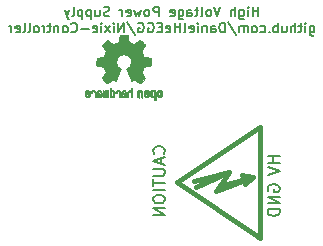
<source format=gbr>
%TF.GenerationSoftware,KiCad,Pcbnew,(5.1.5-131-g305ed0b65)-1*%
%TF.CreationDate,2020-05-01T23:58:58+08:00*%
%TF.ProjectId,PowerSupply,506f7765-7253-4757-9070-6c792e6b6963,rev?*%
%TF.SameCoordinates,Original*%
%TF.FileFunction,Legend,Bot*%
%TF.FilePolarity,Positive*%
%FSLAX46Y46*%
G04 Gerber Fmt 4.6, Leading zero omitted, Abs format (unit mm)*
G04 Created by KiCad (PCBNEW (5.1.5-131-g305ed0b65)-1) date 2020-05-01 23:58:58*
%MOMM*%
%LPD*%
G01*
G04 APERTURE LIST*
%ADD10C,0.150000*%
%ADD11C,0.152400*%
%ADD12C,0.381000*%
%ADD13C,0.010000*%
G04 APERTURE END LIST*
D10*
X126750000Y-46488095D02*
X126702380Y-46392857D01*
X126702380Y-46250000D01*
X126750000Y-46107142D01*
X126845238Y-46011904D01*
X126940476Y-45964285D01*
X127130952Y-45916666D01*
X127273809Y-45916666D01*
X127464285Y-45964285D01*
X127559523Y-46011904D01*
X127654761Y-46107142D01*
X127702380Y-46250000D01*
X127702380Y-46345238D01*
X127654761Y-46488095D01*
X127607142Y-46535714D01*
X127273809Y-46535714D01*
X127273809Y-46345238D01*
X127702380Y-46964285D02*
X126702380Y-46964285D01*
X127702380Y-47535714D01*
X126702380Y-47535714D01*
X127702380Y-48011904D02*
X126702380Y-48011904D01*
X126702380Y-48250000D01*
X126750000Y-48392857D01*
X126845238Y-48488095D01*
X126940476Y-48535714D01*
X127130952Y-48583333D01*
X127273809Y-48583333D01*
X127464285Y-48535714D01*
X127559523Y-48488095D01*
X127654761Y-48392857D01*
X127702380Y-48250000D01*
X127702380Y-48011904D01*
X127702380Y-43535714D02*
X126702380Y-43535714D01*
X127178571Y-43535714D02*
X127178571Y-44107142D01*
X127702380Y-44107142D02*
X126702380Y-44107142D01*
X126702380Y-44440476D02*
X127702380Y-44773809D01*
X126702380Y-45107142D01*
D11*
X125897352Y-31681895D02*
X125897352Y-30869095D01*
X125897352Y-31256142D02*
X125432895Y-31256142D01*
X125432895Y-31681895D02*
X125432895Y-30869095D01*
X125045847Y-31681895D02*
X125045847Y-31140028D01*
X125045847Y-30869095D02*
X125084552Y-30907800D01*
X125045847Y-30946504D01*
X125007142Y-30907800D01*
X125045847Y-30869095D01*
X125045847Y-30946504D01*
X124310457Y-31140028D02*
X124310457Y-31798009D01*
X124349161Y-31875419D01*
X124387866Y-31914123D01*
X124465276Y-31952828D01*
X124581390Y-31952828D01*
X124658800Y-31914123D01*
X124310457Y-31643190D02*
X124387866Y-31681895D01*
X124542685Y-31681895D01*
X124620095Y-31643190D01*
X124658800Y-31604485D01*
X124697504Y-31527076D01*
X124697504Y-31294847D01*
X124658800Y-31217438D01*
X124620095Y-31178733D01*
X124542685Y-31140028D01*
X124387866Y-31140028D01*
X124310457Y-31178733D01*
X123923409Y-31681895D02*
X123923409Y-30869095D01*
X123575066Y-31681895D02*
X123575066Y-31256142D01*
X123613771Y-31178733D01*
X123691180Y-31140028D01*
X123807295Y-31140028D01*
X123884704Y-31178733D01*
X123923409Y-31217438D01*
X122684857Y-30869095D02*
X122413923Y-31681895D01*
X122142990Y-30869095D01*
X121755942Y-31681895D02*
X121833352Y-31643190D01*
X121872057Y-31604485D01*
X121910761Y-31527076D01*
X121910761Y-31294847D01*
X121872057Y-31217438D01*
X121833352Y-31178733D01*
X121755942Y-31140028D01*
X121639828Y-31140028D01*
X121562419Y-31178733D01*
X121523714Y-31217438D01*
X121485009Y-31294847D01*
X121485009Y-31527076D01*
X121523714Y-31604485D01*
X121562419Y-31643190D01*
X121639828Y-31681895D01*
X121755942Y-31681895D01*
X121020552Y-31681895D02*
X121097961Y-31643190D01*
X121136666Y-31565780D01*
X121136666Y-30869095D01*
X120827028Y-31140028D02*
X120517390Y-31140028D01*
X120710914Y-30869095D02*
X120710914Y-31565780D01*
X120672209Y-31643190D01*
X120594800Y-31681895D01*
X120517390Y-31681895D01*
X119898114Y-31681895D02*
X119898114Y-31256142D01*
X119936819Y-31178733D01*
X120014228Y-31140028D01*
X120169047Y-31140028D01*
X120246457Y-31178733D01*
X119898114Y-31643190D02*
X119975523Y-31681895D01*
X120169047Y-31681895D01*
X120246457Y-31643190D01*
X120285161Y-31565780D01*
X120285161Y-31488371D01*
X120246457Y-31410961D01*
X120169047Y-31372257D01*
X119975523Y-31372257D01*
X119898114Y-31333552D01*
X119162723Y-31140028D02*
X119162723Y-31798009D01*
X119201428Y-31875419D01*
X119240133Y-31914123D01*
X119317542Y-31952828D01*
X119433657Y-31952828D01*
X119511066Y-31914123D01*
X119162723Y-31643190D02*
X119240133Y-31681895D01*
X119394952Y-31681895D01*
X119472361Y-31643190D01*
X119511066Y-31604485D01*
X119549771Y-31527076D01*
X119549771Y-31294847D01*
X119511066Y-31217438D01*
X119472361Y-31178733D01*
X119394952Y-31140028D01*
X119240133Y-31140028D01*
X119162723Y-31178733D01*
X118466038Y-31643190D02*
X118543447Y-31681895D01*
X118698266Y-31681895D01*
X118775676Y-31643190D01*
X118814380Y-31565780D01*
X118814380Y-31256142D01*
X118775676Y-31178733D01*
X118698266Y-31140028D01*
X118543447Y-31140028D01*
X118466038Y-31178733D01*
X118427333Y-31256142D01*
X118427333Y-31333552D01*
X118814380Y-31410961D01*
X117459714Y-31681895D02*
X117459714Y-30869095D01*
X117150076Y-30869095D01*
X117072666Y-30907800D01*
X117033961Y-30946504D01*
X116995257Y-31023914D01*
X116995257Y-31140028D01*
X117033961Y-31217438D01*
X117072666Y-31256142D01*
X117150076Y-31294847D01*
X117459714Y-31294847D01*
X116530800Y-31681895D02*
X116608209Y-31643190D01*
X116646914Y-31604485D01*
X116685619Y-31527076D01*
X116685619Y-31294847D01*
X116646914Y-31217438D01*
X116608209Y-31178733D01*
X116530800Y-31140028D01*
X116414685Y-31140028D01*
X116337276Y-31178733D01*
X116298571Y-31217438D01*
X116259866Y-31294847D01*
X116259866Y-31527076D01*
X116298571Y-31604485D01*
X116337276Y-31643190D01*
X116414685Y-31681895D01*
X116530800Y-31681895D01*
X115988933Y-31140028D02*
X115834114Y-31681895D01*
X115679295Y-31294847D01*
X115524476Y-31681895D01*
X115369657Y-31140028D01*
X114750380Y-31643190D02*
X114827790Y-31681895D01*
X114982609Y-31681895D01*
X115060019Y-31643190D01*
X115098723Y-31565780D01*
X115098723Y-31256142D01*
X115060019Y-31178733D01*
X114982609Y-31140028D01*
X114827790Y-31140028D01*
X114750380Y-31178733D01*
X114711676Y-31256142D01*
X114711676Y-31333552D01*
X115098723Y-31410961D01*
X114363333Y-31681895D02*
X114363333Y-31140028D01*
X114363333Y-31294847D02*
X114324628Y-31217438D01*
X114285923Y-31178733D01*
X114208514Y-31140028D01*
X114131104Y-31140028D01*
X113279600Y-31643190D02*
X113163485Y-31681895D01*
X112969961Y-31681895D01*
X112892552Y-31643190D01*
X112853847Y-31604485D01*
X112815142Y-31527076D01*
X112815142Y-31449666D01*
X112853847Y-31372257D01*
X112892552Y-31333552D01*
X112969961Y-31294847D01*
X113124780Y-31256142D01*
X113202190Y-31217438D01*
X113240895Y-31178733D01*
X113279600Y-31101323D01*
X113279600Y-31023914D01*
X113240895Y-30946504D01*
X113202190Y-30907800D01*
X113124780Y-30869095D01*
X112931257Y-30869095D01*
X112815142Y-30907800D01*
X112118457Y-31140028D02*
X112118457Y-31681895D01*
X112466800Y-31140028D02*
X112466800Y-31565780D01*
X112428095Y-31643190D01*
X112350685Y-31681895D01*
X112234571Y-31681895D01*
X112157161Y-31643190D01*
X112118457Y-31604485D01*
X111731409Y-31140028D02*
X111731409Y-31952828D01*
X111731409Y-31178733D02*
X111654000Y-31140028D01*
X111499180Y-31140028D01*
X111421771Y-31178733D01*
X111383066Y-31217438D01*
X111344361Y-31294847D01*
X111344361Y-31527076D01*
X111383066Y-31604485D01*
X111421771Y-31643190D01*
X111499180Y-31681895D01*
X111654000Y-31681895D01*
X111731409Y-31643190D01*
X110996019Y-31140028D02*
X110996019Y-31952828D01*
X110996019Y-31178733D02*
X110918609Y-31140028D01*
X110763790Y-31140028D01*
X110686380Y-31178733D01*
X110647676Y-31217438D01*
X110608971Y-31294847D01*
X110608971Y-31527076D01*
X110647676Y-31604485D01*
X110686380Y-31643190D01*
X110763790Y-31681895D01*
X110918609Y-31681895D01*
X110996019Y-31643190D01*
X110144514Y-31681895D02*
X110221923Y-31643190D01*
X110260628Y-31565780D01*
X110260628Y-30869095D01*
X109912285Y-31140028D02*
X109718761Y-31681895D01*
X109525238Y-31140028D02*
X109718761Y-31681895D01*
X109796171Y-31875419D01*
X109834876Y-31914123D01*
X109912285Y-31952828D01*
X130270990Y-32511628D02*
X130270990Y-33169609D01*
X130309695Y-33247019D01*
X130348400Y-33285723D01*
X130425809Y-33324428D01*
X130541923Y-33324428D01*
X130619333Y-33285723D01*
X130270990Y-33014790D02*
X130348400Y-33053495D01*
X130503219Y-33053495D01*
X130580628Y-33014790D01*
X130619333Y-32976085D01*
X130658038Y-32898676D01*
X130658038Y-32666447D01*
X130619333Y-32589038D01*
X130580628Y-32550333D01*
X130503219Y-32511628D01*
X130348400Y-32511628D01*
X130270990Y-32550333D01*
X129883942Y-33053495D02*
X129883942Y-32511628D01*
X129883942Y-32240695D02*
X129922647Y-32279400D01*
X129883942Y-32318104D01*
X129845238Y-32279400D01*
X129883942Y-32240695D01*
X129883942Y-32318104D01*
X129613009Y-32511628D02*
X129303371Y-32511628D01*
X129496895Y-32240695D02*
X129496895Y-32937380D01*
X129458190Y-33014790D01*
X129380780Y-33053495D01*
X129303371Y-33053495D01*
X129032438Y-33053495D02*
X129032438Y-32240695D01*
X128684095Y-33053495D02*
X128684095Y-32627742D01*
X128722800Y-32550333D01*
X128800209Y-32511628D01*
X128916323Y-32511628D01*
X128993733Y-32550333D01*
X129032438Y-32589038D01*
X127948704Y-32511628D02*
X127948704Y-33053495D01*
X128297047Y-32511628D02*
X128297047Y-32937380D01*
X128258342Y-33014790D01*
X128180933Y-33053495D01*
X128064819Y-33053495D01*
X127987409Y-33014790D01*
X127948704Y-32976085D01*
X127561657Y-33053495D02*
X127561657Y-32240695D01*
X127561657Y-32550333D02*
X127484247Y-32511628D01*
X127329428Y-32511628D01*
X127252019Y-32550333D01*
X127213314Y-32589038D01*
X127174609Y-32666447D01*
X127174609Y-32898676D01*
X127213314Y-32976085D01*
X127252019Y-33014790D01*
X127329428Y-33053495D01*
X127484247Y-33053495D01*
X127561657Y-33014790D01*
X126826266Y-32976085D02*
X126787561Y-33014790D01*
X126826266Y-33053495D01*
X126864971Y-33014790D01*
X126826266Y-32976085D01*
X126826266Y-33053495D01*
X126090876Y-33014790D02*
X126168285Y-33053495D01*
X126323104Y-33053495D01*
X126400514Y-33014790D01*
X126439219Y-32976085D01*
X126477923Y-32898676D01*
X126477923Y-32666447D01*
X126439219Y-32589038D01*
X126400514Y-32550333D01*
X126323104Y-32511628D01*
X126168285Y-32511628D01*
X126090876Y-32550333D01*
X125626419Y-33053495D02*
X125703828Y-33014790D01*
X125742533Y-32976085D01*
X125781238Y-32898676D01*
X125781238Y-32666447D01*
X125742533Y-32589038D01*
X125703828Y-32550333D01*
X125626419Y-32511628D01*
X125510304Y-32511628D01*
X125432895Y-32550333D01*
X125394190Y-32589038D01*
X125355485Y-32666447D01*
X125355485Y-32898676D01*
X125394190Y-32976085D01*
X125432895Y-33014790D01*
X125510304Y-33053495D01*
X125626419Y-33053495D01*
X125007142Y-33053495D02*
X125007142Y-32511628D01*
X125007142Y-32589038D02*
X124968438Y-32550333D01*
X124891028Y-32511628D01*
X124774914Y-32511628D01*
X124697504Y-32550333D01*
X124658799Y-32627742D01*
X124658799Y-33053495D01*
X124658799Y-32627742D02*
X124620095Y-32550333D01*
X124542685Y-32511628D01*
X124426571Y-32511628D01*
X124349161Y-32550333D01*
X124310457Y-32627742D01*
X124310457Y-33053495D01*
X123342838Y-32201990D02*
X124039523Y-33247019D01*
X123071904Y-33053495D02*
X123071904Y-32240695D01*
X122878380Y-32240695D01*
X122762266Y-32279400D01*
X122684857Y-32356809D01*
X122646152Y-32434219D01*
X122607447Y-32589038D01*
X122607447Y-32705152D01*
X122646152Y-32859971D01*
X122684857Y-32937380D01*
X122762266Y-33014790D01*
X122878380Y-33053495D01*
X123071904Y-33053495D01*
X121910761Y-33053495D02*
X121910761Y-32627742D01*
X121949466Y-32550333D01*
X122026876Y-32511628D01*
X122181695Y-32511628D01*
X122259104Y-32550333D01*
X121910761Y-33014790D02*
X121988171Y-33053495D01*
X122181695Y-33053495D01*
X122259104Y-33014790D01*
X122297809Y-32937380D01*
X122297809Y-32859971D01*
X122259104Y-32782561D01*
X122181695Y-32743857D01*
X121988171Y-32743857D01*
X121910761Y-32705152D01*
X121523714Y-32511628D02*
X121523714Y-33053495D01*
X121523714Y-32589038D02*
X121485009Y-32550333D01*
X121407599Y-32511628D01*
X121291485Y-32511628D01*
X121214076Y-32550333D01*
X121175371Y-32627742D01*
X121175371Y-33053495D01*
X120788323Y-33053495D02*
X120788323Y-32511628D01*
X120788323Y-32240695D02*
X120827028Y-32279400D01*
X120788323Y-32318104D01*
X120749619Y-32279400D01*
X120788323Y-32240695D01*
X120788323Y-32318104D01*
X120091638Y-33014790D02*
X120169047Y-33053495D01*
X120323866Y-33053495D01*
X120401276Y-33014790D01*
X120439980Y-32937380D01*
X120439980Y-32627742D01*
X120401276Y-32550333D01*
X120323866Y-32511628D01*
X120169047Y-32511628D01*
X120091638Y-32550333D01*
X120052933Y-32627742D01*
X120052933Y-32705152D01*
X120439980Y-32782561D01*
X119588476Y-33053495D02*
X119665885Y-33014790D01*
X119704590Y-32937380D01*
X119704590Y-32240695D01*
X119278838Y-33053495D02*
X119278838Y-32240695D01*
X119278838Y-32627742D02*
X118814380Y-32627742D01*
X118814380Y-33053495D02*
X118814380Y-32240695D01*
X118117695Y-33014790D02*
X118195104Y-33053495D01*
X118349923Y-33053495D01*
X118427333Y-33014790D01*
X118466038Y-32937380D01*
X118466038Y-32627742D01*
X118427333Y-32550333D01*
X118349923Y-32511628D01*
X118195104Y-32511628D01*
X118117695Y-32550333D01*
X118078990Y-32627742D01*
X118078990Y-32705152D01*
X118466038Y-32782561D01*
X117730647Y-32627742D02*
X117459714Y-32627742D01*
X117343599Y-33053495D02*
X117730647Y-33053495D01*
X117730647Y-32240695D01*
X117343599Y-32240695D01*
X116569504Y-32279400D02*
X116646914Y-32240695D01*
X116763028Y-32240695D01*
X116879142Y-32279400D01*
X116956552Y-32356809D01*
X116995257Y-32434219D01*
X117033961Y-32589038D01*
X117033961Y-32705152D01*
X116995257Y-32859971D01*
X116956552Y-32937380D01*
X116879142Y-33014790D01*
X116763028Y-33053495D01*
X116685619Y-33053495D01*
X116569504Y-33014790D01*
X116530800Y-32976085D01*
X116530800Y-32705152D01*
X116685619Y-32705152D01*
X115756704Y-32279400D02*
X115834114Y-32240695D01*
X115950228Y-32240695D01*
X116066342Y-32279400D01*
X116143752Y-32356809D01*
X116182457Y-32434219D01*
X116221161Y-32589038D01*
X116221161Y-32705152D01*
X116182457Y-32859971D01*
X116143752Y-32937380D01*
X116066342Y-33014790D01*
X115950228Y-33053495D01*
X115872819Y-33053495D01*
X115756704Y-33014790D01*
X115718000Y-32976085D01*
X115718000Y-32705152D01*
X115872819Y-32705152D01*
X114789085Y-32201990D02*
X115485771Y-33247019D01*
X114518152Y-33053495D02*
X114518152Y-32240695D01*
X114053695Y-33053495D01*
X114053695Y-32240695D01*
X113666647Y-33053495D02*
X113666647Y-32511628D01*
X113666647Y-32240695D02*
X113705352Y-32279400D01*
X113666647Y-32318104D01*
X113627942Y-32279400D01*
X113666647Y-32240695D01*
X113666647Y-32318104D01*
X113357009Y-33053495D02*
X112931257Y-32511628D01*
X113357009Y-32511628D02*
X112931257Y-33053495D01*
X112621619Y-33053495D02*
X112621619Y-32511628D01*
X112621619Y-32240695D02*
X112660323Y-32279400D01*
X112621619Y-32318104D01*
X112582914Y-32279400D01*
X112621619Y-32240695D01*
X112621619Y-32318104D01*
X111924933Y-33014790D02*
X112002342Y-33053495D01*
X112157161Y-33053495D01*
X112234571Y-33014790D01*
X112273276Y-32937380D01*
X112273276Y-32627742D01*
X112234571Y-32550333D01*
X112157161Y-32511628D01*
X112002342Y-32511628D01*
X111924933Y-32550333D01*
X111886228Y-32627742D01*
X111886228Y-32705152D01*
X112273276Y-32782561D01*
X111537885Y-32743857D02*
X110918609Y-32743857D01*
X110067104Y-32976085D02*
X110105809Y-33014790D01*
X110221923Y-33053495D01*
X110299333Y-33053495D01*
X110415447Y-33014790D01*
X110492857Y-32937380D01*
X110531561Y-32859971D01*
X110570266Y-32705152D01*
X110570266Y-32589038D01*
X110531561Y-32434219D01*
X110492857Y-32356809D01*
X110415447Y-32279400D01*
X110299333Y-32240695D01*
X110221923Y-32240695D01*
X110105809Y-32279400D01*
X110067104Y-32318104D01*
X109602647Y-33053495D02*
X109680057Y-33014790D01*
X109718761Y-32976085D01*
X109757466Y-32898676D01*
X109757466Y-32666447D01*
X109718761Y-32589038D01*
X109680057Y-32550333D01*
X109602647Y-32511628D01*
X109486533Y-32511628D01*
X109409123Y-32550333D01*
X109370419Y-32589038D01*
X109331714Y-32666447D01*
X109331714Y-32898676D01*
X109370419Y-32976085D01*
X109409123Y-33014790D01*
X109486533Y-33053495D01*
X109602647Y-33053495D01*
X108983371Y-32511628D02*
X108983371Y-33053495D01*
X108983371Y-32589038D02*
X108944666Y-32550333D01*
X108867257Y-32511628D01*
X108751142Y-32511628D01*
X108673733Y-32550333D01*
X108635028Y-32627742D01*
X108635028Y-33053495D01*
X108364095Y-32511628D02*
X108054457Y-32511628D01*
X108247980Y-32240695D02*
X108247980Y-32937380D01*
X108209276Y-33014790D01*
X108131866Y-33053495D01*
X108054457Y-33053495D01*
X107783523Y-33053495D02*
X107783523Y-32511628D01*
X107783523Y-32666447D02*
X107744819Y-32589038D01*
X107706114Y-32550333D01*
X107628704Y-32511628D01*
X107551295Y-32511628D01*
X107164247Y-33053495D02*
X107241657Y-33014790D01*
X107280361Y-32976085D01*
X107319066Y-32898676D01*
X107319066Y-32666447D01*
X107280361Y-32589038D01*
X107241657Y-32550333D01*
X107164247Y-32511628D01*
X107048133Y-32511628D01*
X106970723Y-32550333D01*
X106932019Y-32589038D01*
X106893314Y-32666447D01*
X106893314Y-32898676D01*
X106932019Y-32976085D01*
X106970723Y-33014790D01*
X107048133Y-33053495D01*
X107164247Y-33053495D01*
X106428857Y-33053495D02*
X106506266Y-33014790D01*
X106544971Y-32937380D01*
X106544971Y-32240695D01*
X106003104Y-33053495D02*
X106080514Y-33014790D01*
X106119219Y-32937380D01*
X106119219Y-32240695D01*
X105383828Y-33014790D02*
X105461238Y-33053495D01*
X105616057Y-33053495D01*
X105693466Y-33014790D01*
X105732171Y-32937380D01*
X105732171Y-32627742D01*
X105693466Y-32550333D01*
X105616057Y-32511628D01*
X105461238Y-32511628D01*
X105383828Y-32550333D01*
X105345123Y-32627742D01*
X105345123Y-32705152D01*
X105732171Y-32782561D01*
X104996780Y-33053495D02*
X104996780Y-32511628D01*
X104996780Y-32666447D02*
X104958076Y-32589038D01*
X104919371Y-32550333D01*
X104841961Y-32511628D01*
X104764552Y-32511628D01*
D12*
%TO.C,CAUTION*%
X125449640Y-45252160D02*
X122350840Y-46451040D01*
X122350840Y-46451040D02*
X122749620Y-45851600D01*
X123450660Y-44850840D02*
X120649040Y-46151320D01*
X125449640Y-45252160D02*
X124751140Y-45851600D01*
X120450920Y-45650940D02*
X123450660Y-44850840D01*
X123450660Y-44850840D02*
X122650560Y-46049720D01*
X122650560Y-46049720D02*
X125449640Y-45252160D01*
X125449640Y-45252160D02*
X124550480Y-45150560D01*
X119059000Y-45750000D02*
X126044000Y-50449000D01*
X126044000Y-50449000D02*
X126044000Y-41051000D01*
X126044000Y-41051000D02*
X119059000Y-45750000D01*
D13*
%TO.C,REF\u002A\u002A*%
G36*
X116900256Y-37919918D02*
G01*
X116844799Y-37947568D01*
X116795852Y-37998480D01*
X116782371Y-38017338D01*
X116767686Y-38042015D01*
X116758158Y-38068816D01*
X116752707Y-38104587D01*
X116750253Y-38156169D01*
X116749714Y-38224267D01*
X116752148Y-38317588D01*
X116760606Y-38387657D01*
X116776826Y-38439931D01*
X116802546Y-38479869D01*
X116839503Y-38512929D01*
X116842218Y-38514886D01*
X116878640Y-38534908D01*
X116922498Y-38544815D01*
X116978276Y-38547257D01*
X117068952Y-38547257D01*
X117068990Y-38635283D01*
X117069834Y-38684308D01*
X117074976Y-38713065D01*
X117088413Y-38730311D01*
X117114142Y-38744808D01*
X117120321Y-38747769D01*
X117149236Y-38761648D01*
X117171624Y-38770414D01*
X117188271Y-38771171D01*
X117199964Y-38761023D01*
X117207490Y-38737073D01*
X117211634Y-38696426D01*
X117213185Y-38636186D01*
X117212929Y-38553455D01*
X117211651Y-38445339D01*
X117211252Y-38413000D01*
X117209815Y-38301524D01*
X117208528Y-38228603D01*
X117069029Y-38228603D01*
X117068245Y-38290499D01*
X117064760Y-38330997D01*
X117056876Y-38357708D01*
X117042895Y-38378244D01*
X117033403Y-38388260D01*
X116994596Y-38417567D01*
X116960237Y-38419952D01*
X116924784Y-38395750D01*
X116923886Y-38394857D01*
X116909461Y-38376153D01*
X116900687Y-38350732D01*
X116896261Y-38311584D01*
X116894882Y-38251697D01*
X116894857Y-38238430D01*
X116898188Y-38155901D01*
X116909031Y-38098691D01*
X116928660Y-38063766D01*
X116958350Y-38048094D01*
X116975509Y-38046514D01*
X117016234Y-38053926D01*
X117044168Y-38078330D01*
X117060983Y-38122980D01*
X117068350Y-38191130D01*
X117069029Y-38228603D01*
X117208528Y-38228603D01*
X117208292Y-38215245D01*
X117206323Y-38150333D01*
X117203550Y-38102958D01*
X117199612Y-38069290D01*
X117194151Y-38045498D01*
X117186808Y-38027753D01*
X117177223Y-38012224D01*
X117173113Y-38006381D01*
X117118595Y-37951185D01*
X117049664Y-37919890D01*
X116969928Y-37911165D01*
X116900256Y-37919918D01*
G37*
X116900256Y-37919918D02*
X116844799Y-37947568D01*
X116795852Y-37998480D01*
X116782371Y-38017338D01*
X116767686Y-38042015D01*
X116758158Y-38068816D01*
X116752707Y-38104587D01*
X116750253Y-38156169D01*
X116749714Y-38224267D01*
X116752148Y-38317588D01*
X116760606Y-38387657D01*
X116776826Y-38439931D01*
X116802546Y-38479869D01*
X116839503Y-38512929D01*
X116842218Y-38514886D01*
X116878640Y-38534908D01*
X116922498Y-38544815D01*
X116978276Y-38547257D01*
X117068952Y-38547257D01*
X117068990Y-38635283D01*
X117069834Y-38684308D01*
X117074976Y-38713065D01*
X117088413Y-38730311D01*
X117114142Y-38744808D01*
X117120321Y-38747769D01*
X117149236Y-38761648D01*
X117171624Y-38770414D01*
X117188271Y-38771171D01*
X117199964Y-38761023D01*
X117207490Y-38737073D01*
X117211634Y-38696426D01*
X117213185Y-38636186D01*
X117212929Y-38553455D01*
X117211651Y-38445339D01*
X117211252Y-38413000D01*
X117209815Y-38301524D01*
X117208528Y-38228603D01*
X117069029Y-38228603D01*
X117068245Y-38290499D01*
X117064760Y-38330997D01*
X117056876Y-38357708D01*
X117042895Y-38378244D01*
X117033403Y-38388260D01*
X116994596Y-38417567D01*
X116960237Y-38419952D01*
X116924784Y-38395750D01*
X116923886Y-38394857D01*
X116909461Y-38376153D01*
X116900687Y-38350732D01*
X116896261Y-38311584D01*
X116894882Y-38251697D01*
X116894857Y-38238430D01*
X116898188Y-38155901D01*
X116909031Y-38098691D01*
X116928660Y-38063766D01*
X116958350Y-38048094D01*
X116975509Y-38046514D01*
X117016234Y-38053926D01*
X117044168Y-38078330D01*
X117060983Y-38122980D01*
X117068350Y-38191130D01*
X117069029Y-38228603D01*
X117208528Y-38228603D01*
X117208292Y-38215245D01*
X117206323Y-38150333D01*
X117203550Y-38102958D01*
X117199612Y-38069290D01*
X117194151Y-38045498D01*
X117186808Y-38027753D01*
X117177223Y-38012224D01*
X117173113Y-38006381D01*
X117118595Y-37951185D01*
X117049664Y-37919890D01*
X116969928Y-37911165D01*
X116900256Y-37919918D01*
G36*
X115783907Y-37927780D02*
G01*
X115737328Y-37954723D01*
X115704943Y-37981466D01*
X115681258Y-38009484D01*
X115664941Y-38043748D01*
X115654661Y-38089227D01*
X115649086Y-38150892D01*
X115646884Y-38233711D01*
X115646629Y-38293246D01*
X115646629Y-38512391D01*
X115708314Y-38540044D01*
X115770000Y-38567697D01*
X115777257Y-38327670D01*
X115780256Y-38238028D01*
X115783402Y-38172962D01*
X115787299Y-38128026D01*
X115792553Y-38098770D01*
X115799769Y-38080748D01*
X115809550Y-38069511D01*
X115812688Y-38067079D01*
X115860239Y-38048083D01*
X115908303Y-38055600D01*
X115936914Y-38075543D01*
X115948553Y-38089675D01*
X115956609Y-38108220D01*
X115961729Y-38136334D01*
X115964559Y-38179173D01*
X115965744Y-38241895D01*
X115965943Y-38307261D01*
X115965982Y-38389268D01*
X115967386Y-38447316D01*
X115972086Y-38486465D01*
X115982013Y-38511780D01*
X115999097Y-38528323D01*
X116025268Y-38541156D01*
X116060225Y-38554491D01*
X116098404Y-38569007D01*
X116093859Y-38311389D01*
X116092029Y-38218519D01*
X116089888Y-38149889D01*
X116086819Y-38100711D01*
X116082206Y-38066198D01*
X116075432Y-38041562D01*
X116065881Y-38022016D01*
X116054366Y-38004770D01*
X115998810Y-37949680D01*
X115931020Y-37917822D01*
X115857287Y-37910191D01*
X115783907Y-37927780D01*
G37*
X115783907Y-37927780D02*
X115737328Y-37954723D01*
X115704943Y-37981466D01*
X115681258Y-38009484D01*
X115664941Y-38043748D01*
X115654661Y-38089227D01*
X115649086Y-38150892D01*
X115646884Y-38233711D01*
X115646629Y-38293246D01*
X115646629Y-38512391D01*
X115708314Y-38540044D01*
X115770000Y-38567697D01*
X115777257Y-38327670D01*
X115780256Y-38238028D01*
X115783402Y-38172962D01*
X115787299Y-38128026D01*
X115792553Y-38098770D01*
X115799769Y-38080748D01*
X115809550Y-38069511D01*
X115812688Y-38067079D01*
X115860239Y-38048083D01*
X115908303Y-38055600D01*
X115936914Y-38075543D01*
X115948553Y-38089675D01*
X115956609Y-38108220D01*
X115961729Y-38136334D01*
X115964559Y-38179173D01*
X115965744Y-38241895D01*
X115965943Y-38307261D01*
X115965982Y-38389268D01*
X115967386Y-38447316D01*
X115972086Y-38486465D01*
X115982013Y-38511780D01*
X115999097Y-38528323D01*
X116025268Y-38541156D01*
X116060225Y-38554491D01*
X116098404Y-38569007D01*
X116093859Y-38311389D01*
X116092029Y-38218519D01*
X116089888Y-38149889D01*
X116086819Y-38100711D01*
X116082206Y-38066198D01*
X116075432Y-38041562D01*
X116065881Y-38022016D01*
X116054366Y-38004770D01*
X115998810Y-37949680D01*
X115931020Y-37917822D01*
X115857287Y-37910191D01*
X115783907Y-37927780D01*
G36*
X117458885Y-37921962D02*
G01*
X117390855Y-37957733D01*
X117340649Y-38015301D01*
X117322815Y-38052312D01*
X117308937Y-38107882D01*
X117301833Y-38178096D01*
X117301160Y-38254727D01*
X117306573Y-38329552D01*
X117317730Y-38394342D01*
X117334286Y-38440873D01*
X117339374Y-38448887D01*
X117399645Y-38508707D01*
X117471231Y-38544535D01*
X117548908Y-38555020D01*
X117627452Y-38538810D01*
X117649311Y-38529092D01*
X117691878Y-38499143D01*
X117729237Y-38459433D01*
X117732768Y-38454397D01*
X117747119Y-38430124D01*
X117756606Y-38404178D01*
X117762210Y-38370022D01*
X117764914Y-38321119D01*
X117765701Y-38250935D01*
X117765714Y-38235200D01*
X117765678Y-38230192D01*
X117620571Y-38230192D01*
X117619727Y-38296430D01*
X117616404Y-38340386D01*
X117609417Y-38368779D01*
X117597584Y-38388325D01*
X117591543Y-38394857D01*
X117556814Y-38419680D01*
X117523097Y-38418548D01*
X117489005Y-38397016D01*
X117468671Y-38374029D01*
X117456629Y-38340478D01*
X117449866Y-38287569D01*
X117449402Y-38281399D01*
X117448248Y-38185513D01*
X117460312Y-38114299D01*
X117485430Y-38068194D01*
X117523440Y-38047635D01*
X117537008Y-38046514D01*
X117572636Y-38052152D01*
X117597006Y-38071686D01*
X117611907Y-38109042D01*
X117619125Y-38168150D01*
X117620571Y-38230192D01*
X117765678Y-38230192D01*
X117765174Y-38160413D01*
X117762904Y-38108159D01*
X117757932Y-38071949D01*
X117749287Y-38045299D01*
X117735995Y-38021722D01*
X117733057Y-38017338D01*
X117683687Y-37958249D01*
X117629891Y-37923947D01*
X117564398Y-37910331D01*
X117542158Y-37909665D01*
X117458885Y-37921962D01*
G37*
X117458885Y-37921962D02*
X117390855Y-37957733D01*
X117340649Y-38015301D01*
X117322815Y-38052312D01*
X117308937Y-38107882D01*
X117301833Y-38178096D01*
X117301160Y-38254727D01*
X117306573Y-38329552D01*
X117317730Y-38394342D01*
X117334286Y-38440873D01*
X117339374Y-38448887D01*
X117399645Y-38508707D01*
X117471231Y-38544535D01*
X117548908Y-38555020D01*
X117627452Y-38538810D01*
X117649311Y-38529092D01*
X117691878Y-38499143D01*
X117729237Y-38459433D01*
X117732768Y-38454397D01*
X117747119Y-38430124D01*
X117756606Y-38404178D01*
X117762210Y-38370022D01*
X117764914Y-38321119D01*
X117765701Y-38250935D01*
X117765714Y-38235200D01*
X117765678Y-38230192D01*
X117620571Y-38230192D01*
X117619727Y-38296430D01*
X117616404Y-38340386D01*
X117609417Y-38368779D01*
X117597584Y-38388325D01*
X117591543Y-38394857D01*
X117556814Y-38419680D01*
X117523097Y-38418548D01*
X117489005Y-38397016D01*
X117468671Y-38374029D01*
X117456629Y-38340478D01*
X117449866Y-38287569D01*
X117449402Y-38281399D01*
X117448248Y-38185513D01*
X117460312Y-38114299D01*
X117485430Y-38068194D01*
X117523440Y-38047635D01*
X117537008Y-38046514D01*
X117572636Y-38052152D01*
X117597006Y-38071686D01*
X117611907Y-38109042D01*
X117619125Y-38168150D01*
X117620571Y-38230192D01*
X117765678Y-38230192D01*
X117765174Y-38160413D01*
X117762904Y-38108159D01*
X117757932Y-38071949D01*
X117749287Y-38045299D01*
X117735995Y-38021722D01*
X117733057Y-38017338D01*
X117683687Y-37958249D01*
X117629891Y-37923947D01*
X117564398Y-37910331D01*
X117542158Y-37909665D01*
X117458885Y-37921962D01*
G36*
X116331697Y-37931239D02*
G01*
X116274473Y-37969735D01*
X116230251Y-38025335D01*
X116203833Y-38096086D01*
X116198490Y-38148162D01*
X116199097Y-38169893D01*
X116204178Y-38186531D01*
X116218145Y-38201437D01*
X116245411Y-38217973D01*
X116290388Y-38239498D01*
X116357489Y-38269374D01*
X116357829Y-38269524D01*
X116419593Y-38297813D01*
X116470241Y-38322933D01*
X116504596Y-38342179D01*
X116517482Y-38352848D01*
X116517486Y-38352934D01*
X116506128Y-38376166D01*
X116479569Y-38401774D01*
X116449077Y-38420221D01*
X116433630Y-38423886D01*
X116391485Y-38411212D01*
X116355192Y-38379471D01*
X116337483Y-38344572D01*
X116320448Y-38318845D01*
X116287078Y-38289546D01*
X116247851Y-38264235D01*
X116213244Y-38250471D01*
X116206007Y-38249714D01*
X116197861Y-38262160D01*
X116197370Y-38293972D01*
X116203357Y-38336866D01*
X116214643Y-38382558D01*
X116230050Y-38422761D01*
X116230829Y-38424322D01*
X116277196Y-38489062D01*
X116337289Y-38533097D01*
X116405535Y-38554711D01*
X116476362Y-38552185D01*
X116544196Y-38523804D01*
X116547212Y-38521808D01*
X116600573Y-38473448D01*
X116635660Y-38410352D01*
X116655078Y-38327387D01*
X116657684Y-38304078D01*
X116662299Y-38194055D01*
X116656767Y-38142748D01*
X116517486Y-38142748D01*
X116515676Y-38174753D01*
X116505778Y-38184093D01*
X116481102Y-38177105D01*
X116442205Y-38160587D01*
X116398725Y-38139881D01*
X116397644Y-38139333D01*
X116360791Y-38119949D01*
X116346000Y-38107013D01*
X116349647Y-38093451D01*
X116365005Y-38075632D01*
X116404077Y-38049845D01*
X116446154Y-38047950D01*
X116483897Y-38066717D01*
X116509966Y-38102915D01*
X116517486Y-38142748D01*
X116656767Y-38142748D01*
X116652806Y-38106027D01*
X116628450Y-38036212D01*
X116594544Y-37987302D01*
X116533347Y-37937878D01*
X116465937Y-37913359D01*
X116397120Y-37911797D01*
X116331697Y-37931239D01*
G37*
X116331697Y-37931239D02*
X116274473Y-37969735D01*
X116230251Y-38025335D01*
X116203833Y-38096086D01*
X116198490Y-38148162D01*
X116199097Y-38169893D01*
X116204178Y-38186531D01*
X116218145Y-38201437D01*
X116245411Y-38217973D01*
X116290388Y-38239498D01*
X116357489Y-38269374D01*
X116357829Y-38269524D01*
X116419593Y-38297813D01*
X116470241Y-38322933D01*
X116504596Y-38342179D01*
X116517482Y-38352848D01*
X116517486Y-38352934D01*
X116506128Y-38376166D01*
X116479569Y-38401774D01*
X116449077Y-38420221D01*
X116433630Y-38423886D01*
X116391485Y-38411212D01*
X116355192Y-38379471D01*
X116337483Y-38344572D01*
X116320448Y-38318845D01*
X116287078Y-38289546D01*
X116247851Y-38264235D01*
X116213244Y-38250471D01*
X116206007Y-38249714D01*
X116197861Y-38262160D01*
X116197370Y-38293972D01*
X116203357Y-38336866D01*
X116214643Y-38382558D01*
X116230050Y-38422761D01*
X116230829Y-38424322D01*
X116277196Y-38489062D01*
X116337289Y-38533097D01*
X116405535Y-38554711D01*
X116476362Y-38552185D01*
X116544196Y-38523804D01*
X116547212Y-38521808D01*
X116600573Y-38473448D01*
X116635660Y-38410352D01*
X116655078Y-38327387D01*
X116657684Y-38304078D01*
X116662299Y-38194055D01*
X116656767Y-38142748D01*
X116517486Y-38142748D01*
X116515676Y-38174753D01*
X116505778Y-38184093D01*
X116481102Y-38177105D01*
X116442205Y-38160587D01*
X116398725Y-38139881D01*
X116397644Y-38139333D01*
X116360791Y-38119949D01*
X116346000Y-38107013D01*
X116349647Y-38093451D01*
X116365005Y-38075632D01*
X116404077Y-38049845D01*
X116446154Y-38047950D01*
X116483897Y-38066717D01*
X116509966Y-38102915D01*
X116517486Y-38142748D01*
X116656767Y-38142748D01*
X116652806Y-38106027D01*
X116628450Y-38036212D01*
X116594544Y-37987302D01*
X116533347Y-37937878D01*
X116465937Y-37913359D01*
X116397120Y-37911797D01*
X116331697Y-37931239D01*
G36*
X115124114Y-37851289D02*
G01*
X115119861Y-37910613D01*
X115114975Y-37945572D01*
X115108205Y-37960820D01*
X115098298Y-37961015D01*
X115095086Y-37959195D01*
X115052356Y-37946015D01*
X114996773Y-37946785D01*
X114940263Y-37960333D01*
X114904918Y-37977861D01*
X114868679Y-38005861D01*
X114842187Y-38037549D01*
X114824001Y-38077813D01*
X114812678Y-38131543D01*
X114806778Y-38203626D01*
X114804857Y-38298951D01*
X114804823Y-38317237D01*
X114804800Y-38522646D01*
X114850509Y-38538580D01*
X114882973Y-38549420D01*
X114900785Y-38554468D01*
X114901309Y-38554514D01*
X114903063Y-38540828D01*
X114904556Y-38503076D01*
X114905674Y-38446224D01*
X114906303Y-38375234D01*
X114906400Y-38332073D01*
X114906602Y-38246973D01*
X114907642Y-38185981D01*
X114910169Y-38144177D01*
X114914836Y-38116642D01*
X114922293Y-38098456D01*
X114933189Y-38084698D01*
X114939993Y-38078073D01*
X114986728Y-38051375D01*
X115037728Y-38049375D01*
X115083999Y-38071955D01*
X115092556Y-38080107D01*
X115105107Y-38095436D01*
X115113812Y-38113618D01*
X115119369Y-38139909D01*
X115122474Y-38179562D01*
X115123824Y-38237832D01*
X115124114Y-38318173D01*
X115124114Y-38522646D01*
X115169823Y-38538580D01*
X115202287Y-38549420D01*
X115220099Y-38554468D01*
X115220623Y-38554514D01*
X115221963Y-38540623D01*
X115223172Y-38501439D01*
X115224199Y-38440700D01*
X115224998Y-38362141D01*
X115225519Y-38269498D01*
X115225714Y-38166509D01*
X115225714Y-37769342D01*
X115178543Y-37749444D01*
X115131371Y-37729547D01*
X115124114Y-37851289D01*
G37*
X115124114Y-37851289D02*
X115119861Y-37910613D01*
X115114975Y-37945572D01*
X115108205Y-37960820D01*
X115098298Y-37961015D01*
X115095086Y-37959195D01*
X115052356Y-37946015D01*
X114996773Y-37946785D01*
X114940263Y-37960333D01*
X114904918Y-37977861D01*
X114868679Y-38005861D01*
X114842187Y-38037549D01*
X114824001Y-38077813D01*
X114812678Y-38131543D01*
X114806778Y-38203626D01*
X114804857Y-38298951D01*
X114804823Y-38317237D01*
X114804800Y-38522646D01*
X114850509Y-38538580D01*
X114882973Y-38549420D01*
X114900785Y-38554468D01*
X114901309Y-38554514D01*
X114903063Y-38540828D01*
X114904556Y-38503076D01*
X114905674Y-38446224D01*
X114906303Y-38375234D01*
X114906400Y-38332073D01*
X114906602Y-38246973D01*
X114907642Y-38185981D01*
X114910169Y-38144177D01*
X114914836Y-38116642D01*
X114922293Y-38098456D01*
X114933189Y-38084698D01*
X114939993Y-38078073D01*
X114986728Y-38051375D01*
X115037728Y-38049375D01*
X115083999Y-38071955D01*
X115092556Y-38080107D01*
X115105107Y-38095436D01*
X115113812Y-38113618D01*
X115119369Y-38139909D01*
X115122474Y-38179562D01*
X115123824Y-38237832D01*
X115124114Y-38318173D01*
X115124114Y-38522646D01*
X115169823Y-38538580D01*
X115202287Y-38549420D01*
X115220099Y-38554468D01*
X115220623Y-38554514D01*
X115221963Y-38540623D01*
X115223172Y-38501439D01*
X115224199Y-38440700D01*
X115224998Y-38362141D01*
X115225519Y-38269498D01*
X115225714Y-38166509D01*
X115225714Y-37769342D01*
X115178543Y-37749444D01*
X115131371Y-37729547D01*
X115124114Y-37851289D01*
G36*
X114460256Y-37950968D02*
G01*
X114403384Y-37972087D01*
X114402733Y-37972493D01*
X114367560Y-37998380D01*
X114341593Y-38028633D01*
X114323330Y-38068058D01*
X114311268Y-38121462D01*
X114303904Y-38193651D01*
X114299736Y-38289432D01*
X114299371Y-38303078D01*
X114294124Y-38508842D01*
X114338284Y-38531678D01*
X114370237Y-38547110D01*
X114389530Y-38554423D01*
X114390422Y-38554514D01*
X114393761Y-38541022D01*
X114396413Y-38504626D01*
X114398044Y-38451452D01*
X114398400Y-38408393D01*
X114398408Y-38338641D01*
X114401597Y-38294837D01*
X114412712Y-38273944D01*
X114436499Y-38272925D01*
X114477704Y-38288741D01*
X114539914Y-38317815D01*
X114585659Y-38341963D01*
X114609187Y-38362913D01*
X114616104Y-38385747D01*
X114616114Y-38386877D01*
X114604701Y-38426212D01*
X114570908Y-38447462D01*
X114519191Y-38450539D01*
X114481939Y-38450006D01*
X114462297Y-38460735D01*
X114450048Y-38486505D01*
X114442998Y-38519337D01*
X114453158Y-38537966D01*
X114456983Y-38540632D01*
X114492999Y-38551340D01*
X114543434Y-38552856D01*
X114595374Y-38545759D01*
X114632178Y-38532788D01*
X114683062Y-38489585D01*
X114711986Y-38429446D01*
X114717714Y-38382462D01*
X114713343Y-38340082D01*
X114697525Y-38305488D01*
X114666203Y-38274763D01*
X114615322Y-38243990D01*
X114540824Y-38209252D01*
X114536286Y-38207288D01*
X114469179Y-38176287D01*
X114427768Y-38150862D01*
X114410019Y-38128014D01*
X114413893Y-38104745D01*
X114437357Y-38078056D01*
X114444373Y-38071914D01*
X114491370Y-38048100D01*
X114540067Y-38049103D01*
X114582478Y-38072451D01*
X114610616Y-38115675D01*
X114613231Y-38124160D01*
X114638692Y-38165308D01*
X114670999Y-38185128D01*
X114717714Y-38204770D01*
X114717714Y-38153950D01*
X114703504Y-38080082D01*
X114661325Y-38012327D01*
X114639376Y-37989661D01*
X114589483Y-37960569D01*
X114526033Y-37947400D01*
X114460256Y-37950968D01*
G37*
X114460256Y-37950968D02*
X114403384Y-37972087D01*
X114402733Y-37972493D01*
X114367560Y-37998380D01*
X114341593Y-38028633D01*
X114323330Y-38068058D01*
X114311268Y-38121462D01*
X114303904Y-38193651D01*
X114299736Y-38289432D01*
X114299371Y-38303078D01*
X114294124Y-38508842D01*
X114338284Y-38531678D01*
X114370237Y-38547110D01*
X114389530Y-38554423D01*
X114390422Y-38554514D01*
X114393761Y-38541022D01*
X114396413Y-38504626D01*
X114398044Y-38451452D01*
X114398400Y-38408393D01*
X114398408Y-38338641D01*
X114401597Y-38294837D01*
X114412712Y-38273944D01*
X114436499Y-38272925D01*
X114477704Y-38288741D01*
X114539914Y-38317815D01*
X114585659Y-38341963D01*
X114609187Y-38362913D01*
X114616104Y-38385747D01*
X114616114Y-38386877D01*
X114604701Y-38426212D01*
X114570908Y-38447462D01*
X114519191Y-38450539D01*
X114481939Y-38450006D01*
X114462297Y-38460735D01*
X114450048Y-38486505D01*
X114442998Y-38519337D01*
X114453158Y-38537966D01*
X114456983Y-38540632D01*
X114492999Y-38551340D01*
X114543434Y-38552856D01*
X114595374Y-38545759D01*
X114632178Y-38532788D01*
X114683062Y-38489585D01*
X114711986Y-38429446D01*
X114717714Y-38382462D01*
X114713343Y-38340082D01*
X114697525Y-38305488D01*
X114666203Y-38274763D01*
X114615322Y-38243990D01*
X114540824Y-38209252D01*
X114536286Y-38207288D01*
X114469179Y-38176287D01*
X114427768Y-38150862D01*
X114410019Y-38128014D01*
X114413893Y-38104745D01*
X114437357Y-38078056D01*
X114444373Y-38071914D01*
X114491370Y-38048100D01*
X114540067Y-38049103D01*
X114582478Y-38072451D01*
X114610616Y-38115675D01*
X114613231Y-38124160D01*
X114638692Y-38165308D01*
X114670999Y-38185128D01*
X114717714Y-38204770D01*
X114717714Y-38153950D01*
X114703504Y-38080082D01*
X114661325Y-38012327D01*
X114639376Y-37989661D01*
X114589483Y-37960569D01*
X114526033Y-37947400D01*
X114460256Y-37950968D01*
G36*
X113970074Y-37949755D02*
G01*
X113904142Y-37974084D01*
X113850727Y-38017117D01*
X113829836Y-38047409D01*
X113807061Y-38102994D01*
X113807534Y-38143186D01*
X113831438Y-38170217D01*
X113840283Y-38174813D01*
X113878470Y-38189144D01*
X113897972Y-38185472D01*
X113904578Y-38161407D01*
X113904914Y-38148114D01*
X113917008Y-38099210D01*
X113948529Y-38064999D01*
X113992341Y-38048476D01*
X114041305Y-38052634D01*
X114081106Y-38074227D01*
X114094550Y-38086544D01*
X114104079Y-38101487D01*
X114110515Y-38124075D01*
X114114683Y-38159328D01*
X114117403Y-38212266D01*
X114119498Y-38287907D01*
X114120040Y-38311857D01*
X114122019Y-38393790D01*
X114124269Y-38451455D01*
X114127643Y-38489608D01*
X114132994Y-38513004D01*
X114141176Y-38526398D01*
X114153041Y-38534545D01*
X114160638Y-38538144D01*
X114192898Y-38550452D01*
X114211889Y-38554514D01*
X114218164Y-38540948D01*
X114221994Y-38499934D01*
X114223400Y-38430999D01*
X114222402Y-38333669D01*
X114222092Y-38318657D01*
X114219899Y-38229859D01*
X114217307Y-38165019D01*
X114213618Y-38119067D01*
X114208136Y-38086935D01*
X114200165Y-38063553D01*
X114189007Y-38043852D01*
X114183170Y-38035410D01*
X114149704Y-37998057D01*
X114112273Y-37969003D01*
X114107691Y-37966467D01*
X114040574Y-37946443D01*
X113970074Y-37949755D01*
G37*
X113970074Y-37949755D02*
X113904142Y-37974084D01*
X113850727Y-38017117D01*
X113829836Y-38047409D01*
X113807061Y-38102994D01*
X113807534Y-38143186D01*
X113831438Y-38170217D01*
X113840283Y-38174813D01*
X113878470Y-38189144D01*
X113897972Y-38185472D01*
X113904578Y-38161407D01*
X113904914Y-38148114D01*
X113917008Y-38099210D01*
X113948529Y-38064999D01*
X113992341Y-38048476D01*
X114041305Y-38052634D01*
X114081106Y-38074227D01*
X114094550Y-38086544D01*
X114104079Y-38101487D01*
X114110515Y-38124075D01*
X114114683Y-38159328D01*
X114117403Y-38212266D01*
X114119498Y-38287907D01*
X114120040Y-38311857D01*
X114122019Y-38393790D01*
X114124269Y-38451455D01*
X114127643Y-38489608D01*
X114132994Y-38513004D01*
X114141176Y-38526398D01*
X114153041Y-38534545D01*
X114160638Y-38538144D01*
X114192898Y-38550452D01*
X114211889Y-38554514D01*
X114218164Y-38540948D01*
X114221994Y-38499934D01*
X114223400Y-38430999D01*
X114222402Y-38333669D01*
X114222092Y-38318657D01*
X114219899Y-38229859D01*
X114217307Y-38165019D01*
X114213618Y-38119067D01*
X114208136Y-38086935D01*
X114200165Y-38063553D01*
X114189007Y-38043852D01*
X114183170Y-38035410D01*
X114149704Y-37998057D01*
X114112273Y-37969003D01*
X114107691Y-37966467D01*
X114040574Y-37946443D01*
X113970074Y-37949755D01*
G36*
X113309883Y-38065358D02*
G01*
X113310067Y-38173837D01*
X113310781Y-38257287D01*
X113312325Y-38319704D01*
X113314999Y-38365085D01*
X113319106Y-38397429D01*
X113324945Y-38420733D01*
X113332818Y-38438995D01*
X113338779Y-38449418D01*
X113388145Y-38505945D01*
X113450736Y-38541377D01*
X113519987Y-38554090D01*
X113589332Y-38542463D01*
X113630625Y-38521568D01*
X113673975Y-38485422D01*
X113703519Y-38441276D01*
X113721345Y-38383462D01*
X113729537Y-38306313D01*
X113730698Y-38249714D01*
X113730542Y-38245647D01*
X113629143Y-38245647D01*
X113628524Y-38310550D01*
X113625686Y-38353514D01*
X113619160Y-38381622D01*
X113607477Y-38401953D01*
X113593517Y-38417288D01*
X113546635Y-38446890D01*
X113496299Y-38449419D01*
X113448724Y-38424705D01*
X113445021Y-38421356D01*
X113429217Y-38403935D01*
X113419307Y-38383209D01*
X113413942Y-38352362D01*
X113411772Y-38304577D01*
X113411429Y-38251748D01*
X113412173Y-38185381D01*
X113415252Y-38141106D01*
X113421939Y-38112009D01*
X113433504Y-38091173D01*
X113442987Y-38080107D01*
X113487040Y-38052198D01*
X113537776Y-38048843D01*
X113586204Y-38070159D01*
X113595550Y-38078073D01*
X113611460Y-38095647D01*
X113621390Y-38116587D01*
X113626722Y-38147782D01*
X113628837Y-38196122D01*
X113629143Y-38245647D01*
X113730542Y-38245647D01*
X113727190Y-38158568D01*
X113715274Y-38090086D01*
X113692865Y-38038600D01*
X113657876Y-37998443D01*
X113630625Y-37977861D01*
X113581093Y-37955625D01*
X113523684Y-37945304D01*
X113470318Y-37948067D01*
X113440457Y-37959212D01*
X113428739Y-37962383D01*
X113420963Y-37950557D01*
X113415535Y-37918866D01*
X113411429Y-37870593D01*
X113406933Y-37816829D01*
X113400687Y-37784482D01*
X113389324Y-37765985D01*
X113369472Y-37753770D01*
X113357000Y-37748362D01*
X113309829Y-37728601D01*
X113309883Y-38065358D01*
G37*
X113309883Y-38065358D02*
X113310067Y-38173837D01*
X113310781Y-38257287D01*
X113312325Y-38319704D01*
X113314999Y-38365085D01*
X113319106Y-38397429D01*
X113324945Y-38420733D01*
X113332818Y-38438995D01*
X113338779Y-38449418D01*
X113388145Y-38505945D01*
X113450736Y-38541377D01*
X113519987Y-38554090D01*
X113589332Y-38542463D01*
X113630625Y-38521568D01*
X113673975Y-38485422D01*
X113703519Y-38441276D01*
X113721345Y-38383462D01*
X113729537Y-38306313D01*
X113730698Y-38249714D01*
X113730542Y-38245647D01*
X113629143Y-38245647D01*
X113628524Y-38310550D01*
X113625686Y-38353514D01*
X113619160Y-38381622D01*
X113607477Y-38401953D01*
X113593517Y-38417288D01*
X113546635Y-38446890D01*
X113496299Y-38449419D01*
X113448724Y-38424705D01*
X113445021Y-38421356D01*
X113429217Y-38403935D01*
X113419307Y-38383209D01*
X113413942Y-38352362D01*
X113411772Y-38304577D01*
X113411429Y-38251748D01*
X113412173Y-38185381D01*
X113415252Y-38141106D01*
X113421939Y-38112009D01*
X113433504Y-38091173D01*
X113442987Y-38080107D01*
X113487040Y-38052198D01*
X113537776Y-38048843D01*
X113586204Y-38070159D01*
X113595550Y-38078073D01*
X113611460Y-38095647D01*
X113621390Y-38116587D01*
X113626722Y-38147782D01*
X113628837Y-38196122D01*
X113629143Y-38245647D01*
X113730542Y-38245647D01*
X113727190Y-38158568D01*
X113715274Y-38090086D01*
X113692865Y-38038600D01*
X113657876Y-37998443D01*
X113630625Y-37977861D01*
X113581093Y-37955625D01*
X113523684Y-37945304D01*
X113470318Y-37948067D01*
X113440457Y-37959212D01*
X113428739Y-37962383D01*
X113420963Y-37950557D01*
X113415535Y-37918866D01*
X113411429Y-37870593D01*
X113406933Y-37816829D01*
X113400687Y-37784482D01*
X113389324Y-37765985D01*
X113369472Y-37753770D01*
X113357000Y-37748362D01*
X113309829Y-37728601D01*
X113309883Y-38065358D01*
G36*
X112720167Y-37958663D02*
G01*
X112717952Y-37996850D01*
X112716216Y-38054886D01*
X112715101Y-38128180D01*
X112714743Y-38205055D01*
X112714743Y-38465196D01*
X112760674Y-38511127D01*
X112792325Y-38539429D01*
X112820110Y-38550893D01*
X112858085Y-38550168D01*
X112873160Y-38548321D01*
X112920274Y-38542948D01*
X112959244Y-38539869D01*
X112968743Y-38539585D01*
X113000767Y-38541445D01*
X113046568Y-38546114D01*
X113064326Y-38548321D01*
X113107943Y-38551735D01*
X113137255Y-38544320D01*
X113166320Y-38521427D01*
X113176812Y-38511127D01*
X113222743Y-38465196D01*
X113222743Y-37978602D01*
X113185774Y-37961758D01*
X113153941Y-37949282D01*
X113135317Y-37944914D01*
X113130542Y-37958718D01*
X113126079Y-37997286D01*
X113122225Y-38056356D01*
X113119278Y-38131663D01*
X113117857Y-38195286D01*
X113113886Y-38445657D01*
X113079241Y-38450556D01*
X113047732Y-38447131D01*
X113032292Y-38436041D01*
X113027977Y-38415308D01*
X113024292Y-38371145D01*
X113021531Y-38309146D01*
X113019988Y-38234909D01*
X113019765Y-38196706D01*
X113019543Y-37976783D01*
X112973834Y-37960849D01*
X112941482Y-37950015D01*
X112923885Y-37944962D01*
X112923377Y-37944914D01*
X112921612Y-37958648D01*
X112919671Y-37996730D01*
X112917718Y-38054482D01*
X112915916Y-38127227D01*
X112914657Y-38195286D01*
X112910686Y-38445657D01*
X112823600Y-38445657D01*
X112819604Y-38217240D01*
X112815608Y-37988822D01*
X112773153Y-37966868D01*
X112741808Y-37951793D01*
X112723256Y-37944951D01*
X112722721Y-37944914D01*
X112720167Y-37958663D01*
G37*
X112720167Y-37958663D02*
X112717952Y-37996850D01*
X112716216Y-38054886D01*
X112715101Y-38128180D01*
X112714743Y-38205055D01*
X112714743Y-38465196D01*
X112760674Y-38511127D01*
X112792325Y-38539429D01*
X112820110Y-38550893D01*
X112858085Y-38550168D01*
X112873160Y-38548321D01*
X112920274Y-38542948D01*
X112959244Y-38539869D01*
X112968743Y-38539585D01*
X113000767Y-38541445D01*
X113046568Y-38546114D01*
X113064326Y-38548321D01*
X113107943Y-38551735D01*
X113137255Y-38544320D01*
X113166320Y-38521427D01*
X113176812Y-38511127D01*
X113222743Y-38465196D01*
X113222743Y-37978602D01*
X113185774Y-37961758D01*
X113153941Y-37949282D01*
X113135317Y-37944914D01*
X113130542Y-37958718D01*
X113126079Y-37997286D01*
X113122225Y-38056356D01*
X113119278Y-38131663D01*
X113117857Y-38195286D01*
X113113886Y-38445657D01*
X113079241Y-38450556D01*
X113047732Y-38447131D01*
X113032292Y-38436041D01*
X113027977Y-38415308D01*
X113024292Y-38371145D01*
X113021531Y-38309146D01*
X113019988Y-38234909D01*
X113019765Y-38196706D01*
X113019543Y-37976783D01*
X112973834Y-37960849D01*
X112941482Y-37950015D01*
X112923885Y-37944962D01*
X112923377Y-37944914D01*
X112921612Y-37958648D01*
X112919671Y-37996730D01*
X112917718Y-38054482D01*
X112915916Y-38127227D01*
X112914657Y-38195286D01*
X112910686Y-38445657D01*
X112823600Y-38445657D01*
X112819604Y-38217240D01*
X112815608Y-37988822D01*
X112773153Y-37966868D01*
X112741808Y-37951793D01*
X112723256Y-37944951D01*
X112722721Y-37944914D01*
X112720167Y-37958663D01*
G36*
X112355124Y-37956335D02*
G01*
X112313333Y-37975344D01*
X112280531Y-37998378D01*
X112256497Y-38024133D01*
X112239903Y-38057358D01*
X112229423Y-38102800D01*
X112223729Y-38165207D01*
X112221493Y-38249327D01*
X112221257Y-38304721D01*
X112221257Y-38520826D01*
X112258226Y-38537670D01*
X112287344Y-38549981D01*
X112301769Y-38554514D01*
X112304528Y-38541025D01*
X112306718Y-38504653D01*
X112308058Y-38451542D01*
X112308343Y-38409372D01*
X112309566Y-38348447D01*
X112312864Y-38300115D01*
X112317679Y-38270518D01*
X112321504Y-38264229D01*
X112347217Y-38270652D01*
X112387582Y-38287125D01*
X112434321Y-38309458D01*
X112479155Y-38333457D01*
X112513807Y-38354930D01*
X112529998Y-38369685D01*
X112530062Y-38369845D01*
X112528670Y-38397152D01*
X112516182Y-38423219D01*
X112494257Y-38444392D01*
X112462257Y-38451474D01*
X112434908Y-38450649D01*
X112396174Y-38450042D01*
X112375842Y-38459116D01*
X112363631Y-38483092D01*
X112362091Y-38487613D01*
X112356797Y-38521806D01*
X112370953Y-38542568D01*
X112407852Y-38552462D01*
X112447711Y-38554292D01*
X112519438Y-38540727D01*
X112556568Y-38521355D01*
X112602424Y-38475845D01*
X112626744Y-38419983D01*
X112628927Y-38360957D01*
X112608371Y-38305953D01*
X112577451Y-38271486D01*
X112546580Y-38252189D01*
X112498058Y-38227759D01*
X112441515Y-38202985D01*
X112432090Y-38199199D01*
X112369981Y-38171791D01*
X112334178Y-38147634D01*
X112322663Y-38123619D01*
X112333420Y-38096635D01*
X112351886Y-38075543D01*
X112395531Y-38049572D01*
X112443554Y-38047624D01*
X112487594Y-38067637D01*
X112519291Y-38107551D01*
X112523451Y-38117848D01*
X112547673Y-38155724D01*
X112583035Y-38183842D01*
X112627657Y-38206917D01*
X112627657Y-38141485D01*
X112625031Y-38101506D01*
X112613770Y-38069997D01*
X112588801Y-38036378D01*
X112564831Y-38010484D01*
X112527559Y-37973817D01*
X112498599Y-37954121D01*
X112467495Y-37946220D01*
X112432287Y-37944914D01*
X112355124Y-37956335D01*
G37*
X112355124Y-37956335D02*
X112313333Y-37975344D01*
X112280531Y-37998378D01*
X112256497Y-38024133D01*
X112239903Y-38057358D01*
X112229423Y-38102800D01*
X112223729Y-38165207D01*
X112221493Y-38249327D01*
X112221257Y-38304721D01*
X112221257Y-38520826D01*
X112258226Y-38537670D01*
X112287344Y-38549981D01*
X112301769Y-38554514D01*
X112304528Y-38541025D01*
X112306718Y-38504653D01*
X112308058Y-38451542D01*
X112308343Y-38409372D01*
X112309566Y-38348447D01*
X112312864Y-38300115D01*
X112317679Y-38270518D01*
X112321504Y-38264229D01*
X112347217Y-38270652D01*
X112387582Y-38287125D01*
X112434321Y-38309458D01*
X112479155Y-38333457D01*
X112513807Y-38354930D01*
X112529998Y-38369685D01*
X112530062Y-38369845D01*
X112528670Y-38397152D01*
X112516182Y-38423219D01*
X112494257Y-38444392D01*
X112462257Y-38451474D01*
X112434908Y-38450649D01*
X112396174Y-38450042D01*
X112375842Y-38459116D01*
X112363631Y-38483092D01*
X112362091Y-38487613D01*
X112356797Y-38521806D01*
X112370953Y-38542568D01*
X112407852Y-38552462D01*
X112447711Y-38554292D01*
X112519438Y-38540727D01*
X112556568Y-38521355D01*
X112602424Y-38475845D01*
X112626744Y-38419983D01*
X112628927Y-38360957D01*
X112608371Y-38305953D01*
X112577451Y-38271486D01*
X112546580Y-38252189D01*
X112498058Y-38227759D01*
X112441515Y-38202985D01*
X112432090Y-38199199D01*
X112369981Y-38171791D01*
X112334178Y-38147634D01*
X112322663Y-38123619D01*
X112333420Y-38096635D01*
X112351886Y-38075543D01*
X112395531Y-38049572D01*
X112443554Y-38047624D01*
X112487594Y-38067637D01*
X112519291Y-38107551D01*
X112523451Y-38117848D01*
X112547673Y-38155724D01*
X112583035Y-38183842D01*
X112627657Y-38206917D01*
X112627657Y-38141485D01*
X112625031Y-38101506D01*
X112613770Y-38069997D01*
X112588801Y-38036378D01*
X112564831Y-38010484D01*
X112527559Y-37973817D01*
X112498599Y-37954121D01*
X112467495Y-37946220D01*
X112432287Y-37944914D01*
X112355124Y-37956335D01*
G36*
X111847400Y-37958752D02*
G01*
X111830052Y-37966334D01*
X111788644Y-37999128D01*
X111753235Y-38046547D01*
X111731336Y-38097151D01*
X111727771Y-38122098D01*
X111739721Y-38156927D01*
X111765933Y-38175357D01*
X111794036Y-38186516D01*
X111806905Y-38188572D01*
X111813171Y-38173649D01*
X111825544Y-38141175D01*
X111830972Y-38126502D01*
X111861410Y-38075744D01*
X111905480Y-38050427D01*
X111961990Y-38051206D01*
X111966175Y-38052203D01*
X111996345Y-38066507D01*
X112018524Y-38094393D01*
X112033673Y-38139287D01*
X112042750Y-38204615D01*
X112046714Y-38293804D01*
X112047086Y-38341261D01*
X112047270Y-38416071D01*
X112048478Y-38467069D01*
X112051691Y-38499471D01*
X112057891Y-38518495D01*
X112068060Y-38529356D01*
X112083181Y-38537272D01*
X112084054Y-38537670D01*
X112113172Y-38549981D01*
X112127597Y-38554514D01*
X112129814Y-38540809D01*
X112131711Y-38502925D01*
X112133153Y-38445715D01*
X112134002Y-38374027D01*
X112134171Y-38321565D01*
X112133308Y-38220047D01*
X112129930Y-38143032D01*
X112122858Y-38086023D01*
X112110912Y-38044526D01*
X112092910Y-38014043D01*
X112067673Y-37990080D01*
X112042753Y-37973355D01*
X111982829Y-37951097D01*
X111913089Y-37946076D01*
X111847400Y-37958752D01*
G37*
X111847400Y-37958752D02*
X111830052Y-37966334D01*
X111788644Y-37999128D01*
X111753235Y-38046547D01*
X111731336Y-38097151D01*
X111727771Y-38122098D01*
X111739721Y-38156927D01*
X111765933Y-38175357D01*
X111794036Y-38186516D01*
X111806905Y-38188572D01*
X111813171Y-38173649D01*
X111825544Y-38141175D01*
X111830972Y-38126502D01*
X111861410Y-38075744D01*
X111905480Y-38050427D01*
X111961990Y-38051206D01*
X111966175Y-38052203D01*
X111996345Y-38066507D01*
X112018524Y-38094393D01*
X112033673Y-38139287D01*
X112042750Y-38204615D01*
X112046714Y-38293804D01*
X112047086Y-38341261D01*
X112047270Y-38416071D01*
X112048478Y-38467069D01*
X112051691Y-38499471D01*
X112057891Y-38518495D01*
X112068060Y-38529356D01*
X112083181Y-38537272D01*
X112084054Y-38537670D01*
X112113172Y-38549981D01*
X112127597Y-38554514D01*
X112129814Y-38540809D01*
X112131711Y-38502925D01*
X112133153Y-38445715D01*
X112134002Y-38374027D01*
X112134171Y-38321565D01*
X112133308Y-38220047D01*
X112129930Y-38143032D01*
X112122858Y-38086023D01*
X112110912Y-38044526D01*
X112092910Y-38014043D01*
X112067673Y-37990080D01*
X112042753Y-37973355D01*
X111982829Y-37951097D01*
X111913089Y-37946076D01*
X111847400Y-37958752D01*
G36*
X111346405Y-37966966D02*
G01*
X111288979Y-38004497D01*
X111261281Y-38038096D01*
X111239338Y-38099064D01*
X111237595Y-38147308D01*
X111241543Y-38211816D01*
X111390314Y-38276934D01*
X111462651Y-38310202D01*
X111509916Y-38336964D01*
X111534493Y-38360144D01*
X111538763Y-38382667D01*
X111525111Y-38407455D01*
X111510057Y-38423886D01*
X111466254Y-38450235D01*
X111418611Y-38452081D01*
X111374855Y-38431546D01*
X111342711Y-38390752D01*
X111336962Y-38376347D01*
X111309424Y-38331356D01*
X111277742Y-38312182D01*
X111234286Y-38295779D01*
X111234286Y-38357966D01*
X111238128Y-38400283D01*
X111253177Y-38435969D01*
X111284720Y-38476943D01*
X111289408Y-38482267D01*
X111324494Y-38518720D01*
X111354653Y-38538283D01*
X111392385Y-38547283D01*
X111423665Y-38550230D01*
X111479615Y-38550965D01*
X111519445Y-38541660D01*
X111544292Y-38527846D01*
X111583344Y-38497467D01*
X111610375Y-38464613D01*
X111627483Y-38423294D01*
X111636762Y-38367521D01*
X111640307Y-38291305D01*
X111640590Y-38252622D01*
X111639628Y-38206247D01*
X111551993Y-38206247D01*
X111550977Y-38231126D01*
X111548444Y-38235200D01*
X111531726Y-38229665D01*
X111495751Y-38215017D01*
X111447669Y-38194190D01*
X111437614Y-38189714D01*
X111376848Y-38158814D01*
X111343368Y-38131657D01*
X111336010Y-38106220D01*
X111353609Y-38080481D01*
X111368144Y-38069109D01*
X111420590Y-38046364D01*
X111469678Y-38050122D01*
X111510773Y-38077884D01*
X111539242Y-38127152D01*
X111548369Y-38166257D01*
X111551993Y-38206247D01*
X111639628Y-38206247D01*
X111638715Y-38162249D01*
X111631804Y-38095384D01*
X111618116Y-38046695D01*
X111595904Y-38010849D01*
X111563426Y-37982513D01*
X111549267Y-37973355D01*
X111484947Y-37949507D01*
X111414527Y-37948006D01*
X111346405Y-37966966D01*
G37*
X111346405Y-37966966D02*
X111288979Y-38004497D01*
X111261281Y-38038096D01*
X111239338Y-38099064D01*
X111237595Y-38147308D01*
X111241543Y-38211816D01*
X111390314Y-38276934D01*
X111462651Y-38310202D01*
X111509916Y-38336964D01*
X111534493Y-38360144D01*
X111538763Y-38382667D01*
X111525111Y-38407455D01*
X111510057Y-38423886D01*
X111466254Y-38450235D01*
X111418611Y-38452081D01*
X111374855Y-38431546D01*
X111342711Y-38390752D01*
X111336962Y-38376347D01*
X111309424Y-38331356D01*
X111277742Y-38312182D01*
X111234286Y-38295779D01*
X111234286Y-38357966D01*
X111238128Y-38400283D01*
X111253177Y-38435969D01*
X111284720Y-38476943D01*
X111289408Y-38482267D01*
X111324494Y-38518720D01*
X111354653Y-38538283D01*
X111392385Y-38547283D01*
X111423665Y-38550230D01*
X111479615Y-38550965D01*
X111519445Y-38541660D01*
X111544292Y-38527846D01*
X111583344Y-38497467D01*
X111610375Y-38464613D01*
X111627483Y-38423294D01*
X111636762Y-38367521D01*
X111640307Y-38291305D01*
X111640590Y-38252622D01*
X111639628Y-38206247D01*
X111551993Y-38206247D01*
X111550977Y-38231126D01*
X111548444Y-38235200D01*
X111531726Y-38229665D01*
X111495751Y-38215017D01*
X111447669Y-38194190D01*
X111437614Y-38189714D01*
X111376848Y-38158814D01*
X111343368Y-38131657D01*
X111336010Y-38106220D01*
X111353609Y-38080481D01*
X111368144Y-38069109D01*
X111420590Y-38046364D01*
X111469678Y-38050122D01*
X111510773Y-38077884D01*
X111539242Y-38127152D01*
X111548369Y-38166257D01*
X111551993Y-38206247D01*
X111639628Y-38206247D01*
X111638715Y-38162249D01*
X111631804Y-38095384D01*
X111618116Y-38046695D01*
X111595904Y-38010849D01*
X111563426Y-37982513D01*
X111549267Y-37973355D01*
X111484947Y-37949507D01*
X111414527Y-37948006D01*
X111346405Y-37966966D01*
G36*
X114396090Y-33242348D02*
G01*
X114317546Y-33242778D01*
X114260702Y-33243942D01*
X114221895Y-33246207D01*
X114197462Y-33249940D01*
X114183738Y-33255506D01*
X114177060Y-33263273D01*
X114173764Y-33273605D01*
X114173444Y-33274943D01*
X114168438Y-33299079D01*
X114159171Y-33346701D01*
X114146608Y-33412741D01*
X114131713Y-33492128D01*
X114115449Y-33579796D01*
X114114881Y-33582875D01*
X114098590Y-33668789D01*
X114083348Y-33744696D01*
X114070139Y-33806045D01*
X114059946Y-33848282D01*
X114053752Y-33866855D01*
X114053457Y-33867184D01*
X114035212Y-33876253D01*
X113997595Y-33891367D01*
X113948729Y-33909262D01*
X113948457Y-33909358D01*
X113886907Y-33932493D01*
X113814343Y-33961965D01*
X113745943Y-33991597D01*
X113742706Y-33993062D01*
X113631298Y-34043626D01*
X113384601Y-33875160D01*
X113308923Y-33823803D01*
X113240369Y-33777889D01*
X113182912Y-33740030D01*
X113140524Y-33712837D01*
X113117175Y-33698921D01*
X113114958Y-33697889D01*
X113097990Y-33702484D01*
X113066299Y-33724655D01*
X113018648Y-33765447D01*
X112953802Y-33825905D01*
X112887603Y-33890227D01*
X112823786Y-33953612D01*
X112766671Y-34011451D01*
X112719695Y-34060175D01*
X112686297Y-34096210D01*
X112669915Y-34115984D01*
X112669306Y-34117002D01*
X112667495Y-34130572D01*
X112674317Y-34152733D01*
X112691460Y-34186478D01*
X112720607Y-34234800D01*
X112763445Y-34300692D01*
X112820552Y-34385517D01*
X112871234Y-34460177D01*
X112916539Y-34527140D01*
X112953850Y-34582516D01*
X112980548Y-34622420D01*
X112994015Y-34642962D01*
X112994863Y-34644356D01*
X112993219Y-34664038D01*
X112980755Y-34702293D01*
X112959952Y-34751889D01*
X112952538Y-34767728D01*
X112920186Y-34838290D01*
X112885672Y-34918353D01*
X112857635Y-34987629D01*
X112837432Y-35039045D01*
X112821385Y-35078119D01*
X112812112Y-35098541D01*
X112810959Y-35100114D01*
X112793904Y-35102721D01*
X112753702Y-35109863D01*
X112695698Y-35120523D01*
X112625237Y-35133685D01*
X112547665Y-35148333D01*
X112468328Y-35163449D01*
X112392569Y-35178018D01*
X112325736Y-35191022D01*
X112273172Y-35201445D01*
X112240224Y-35208270D01*
X112232143Y-35210199D01*
X112223795Y-35214962D01*
X112217494Y-35225718D01*
X112212955Y-35246098D01*
X112209896Y-35279734D01*
X112208033Y-35330255D01*
X112207082Y-35401292D01*
X112206760Y-35496476D01*
X112206743Y-35535492D01*
X112206743Y-35852799D01*
X112282943Y-35867839D01*
X112325337Y-35875995D01*
X112388600Y-35887899D01*
X112465038Y-35902116D01*
X112546957Y-35917210D01*
X112569600Y-35921355D01*
X112645194Y-35936053D01*
X112711047Y-35950505D01*
X112761634Y-35963375D01*
X112791426Y-35973322D01*
X112796388Y-35976287D01*
X112808574Y-35997283D01*
X112826047Y-36037967D01*
X112845423Y-36090322D01*
X112849266Y-36101600D01*
X112874661Y-36171523D01*
X112906183Y-36250418D01*
X112937031Y-36321266D01*
X112937183Y-36321595D01*
X112988553Y-36432733D01*
X112819601Y-36681253D01*
X112650648Y-36929772D01*
X112867571Y-37147058D01*
X112933181Y-37211726D01*
X112993021Y-37268733D01*
X113043733Y-37315033D01*
X113081954Y-37347584D01*
X113104325Y-37363343D01*
X113107534Y-37364343D01*
X113126374Y-37356469D01*
X113164820Y-37334578D01*
X113218670Y-37301267D01*
X113283724Y-37259131D01*
X113354060Y-37211943D01*
X113425445Y-37163810D01*
X113489092Y-37121928D01*
X113540959Y-37088871D01*
X113577005Y-37067218D01*
X113593133Y-37059543D01*
X113612811Y-37066037D01*
X113650125Y-37083150D01*
X113697379Y-37107326D01*
X113702388Y-37110013D01*
X113766023Y-37141927D01*
X113809659Y-37157579D01*
X113836798Y-37157745D01*
X113850943Y-37143204D01*
X113851025Y-37143000D01*
X113858095Y-37125779D01*
X113874958Y-37084899D01*
X113900305Y-37023525D01*
X113932829Y-36944819D01*
X113971222Y-36851947D01*
X114014178Y-36748072D01*
X114055778Y-36647502D01*
X114101496Y-36536516D01*
X114143474Y-36433703D01*
X114180452Y-36342215D01*
X114211173Y-36265201D01*
X114234378Y-36205815D01*
X114248810Y-36167209D01*
X114253257Y-36152800D01*
X114242104Y-36136272D01*
X114212931Y-36109930D01*
X114174029Y-36080887D01*
X114063243Y-35989039D01*
X113976649Y-35883759D01*
X113915284Y-35767266D01*
X113880185Y-35641776D01*
X113872392Y-35509507D01*
X113878057Y-35448457D01*
X113908922Y-35321795D01*
X113962080Y-35209941D01*
X114034233Y-35114001D01*
X114122083Y-35035076D01*
X114222335Y-34974270D01*
X114331690Y-34932687D01*
X114446853Y-34911428D01*
X114564525Y-34911599D01*
X114681410Y-34934301D01*
X114794211Y-34980638D01*
X114899631Y-35051713D01*
X114943632Y-35091911D01*
X115028021Y-35195129D01*
X115086778Y-35307925D01*
X115120296Y-35427010D01*
X115128965Y-35549095D01*
X115113177Y-35670893D01*
X115073322Y-35789116D01*
X115009793Y-35900475D01*
X114922979Y-36001684D01*
X114825971Y-36080887D01*
X114785563Y-36111162D01*
X114757018Y-36137219D01*
X114746743Y-36152825D01*
X114752123Y-36169843D01*
X114767425Y-36210500D01*
X114791388Y-36271642D01*
X114822756Y-36350119D01*
X114860268Y-36442780D01*
X114902667Y-36546472D01*
X114944337Y-36647526D01*
X114990310Y-36758607D01*
X115032893Y-36861541D01*
X115070779Y-36953165D01*
X115102660Y-37030316D01*
X115127229Y-37089831D01*
X115143180Y-37128544D01*
X115149090Y-37143000D01*
X115163052Y-37157685D01*
X115190060Y-37157642D01*
X115233587Y-37142099D01*
X115297110Y-37110284D01*
X115297612Y-37110013D01*
X115345440Y-37085323D01*
X115384103Y-37067338D01*
X115405905Y-37059614D01*
X115406867Y-37059543D01*
X115423279Y-37067378D01*
X115459513Y-37089165D01*
X115511526Y-37122328D01*
X115575275Y-37164291D01*
X115645940Y-37211943D01*
X115717884Y-37260191D01*
X115782726Y-37302151D01*
X115836265Y-37335227D01*
X115874303Y-37356821D01*
X115892467Y-37364343D01*
X115909192Y-37354457D01*
X115942820Y-37326826D01*
X115989990Y-37284495D01*
X116047342Y-37230505D01*
X116111516Y-37167899D01*
X116132503Y-37146983D01*
X116349501Y-36929623D01*
X116184332Y-36687220D01*
X116134136Y-36612781D01*
X116090081Y-36545972D01*
X116054638Y-36490665D01*
X116030281Y-36450729D01*
X116019478Y-36430036D01*
X116019162Y-36428563D01*
X116024857Y-36409058D01*
X116040174Y-36369822D01*
X116062463Y-36317430D01*
X116078107Y-36282355D01*
X116107359Y-36215201D01*
X116134906Y-36147358D01*
X116156263Y-36090034D01*
X116162065Y-36072572D01*
X116178548Y-36025938D01*
X116194660Y-35989905D01*
X116203510Y-35976287D01*
X116223040Y-35967952D01*
X116265666Y-35956137D01*
X116325855Y-35942181D01*
X116398078Y-35927422D01*
X116430400Y-35921355D01*
X116512478Y-35906273D01*
X116591205Y-35891669D01*
X116658891Y-35878980D01*
X116707840Y-35869642D01*
X116717057Y-35867839D01*
X116793257Y-35852799D01*
X116793257Y-35535492D01*
X116793086Y-35431154D01*
X116792384Y-35352213D01*
X116790866Y-35295038D01*
X116788251Y-35255999D01*
X116784254Y-35231465D01*
X116778591Y-35217805D01*
X116770980Y-35211389D01*
X116767857Y-35210199D01*
X116749022Y-35205980D01*
X116707412Y-35197562D01*
X116648370Y-35185961D01*
X116577243Y-35172195D01*
X116499375Y-35157280D01*
X116420113Y-35142232D01*
X116344802Y-35128069D01*
X116278787Y-35115806D01*
X116227413Y-35106461D01*
X116196025Y-35101050D01*
X116189041Y-35100114D01*
X116182715Y-35087596D01*
X116168710Y-35054246D01*
X116149645Y-35006377D01*
X116142366Y-34987629D01*
X116113004Y-34915195D01*
X116078429Y-34835170D01*
X116047463Y-34767728D01*
X116024677Y-34716159D01*
X116009518Y-34673785D01*
X116004458Y-34647834D01*
X116005264Y-34644356D01*
X116015959Y-34627936D01*
X116040380Y-34591417D01*
X116075905Y-34538687D01*
X116119913Y-34473635D01*
X116169783Y-34400151D01*
X116179644Y-34385645D01*
X116237508Y-34299704D01*
X116280044Y-34234261D01*
X116308946Y-34186304D01*
X116325910Y-34152820D01*
X116332633Y-34130795D01*
X116330810Y-34117217D01*
X116330764Y-34117131D01*
X116316414Y-34099297D01*
X116284677Y-34064817D01*
X116238990Y-34017268D01*
X116182796Y-33960222D01*
X116119532Y-33897255D01*
X116112398Y-33890227D01*
X116032670Y-33813020D01*
X115971143Y-33756330D01*
X115926579Y-33719110D01*
X115897743Y-33700315D01*
X115885042Y-33697889D01*
X115866506Y-33708471D01*
X115828039Y-33732916D01*
X115773614Y-33768612D01*
X115707202Y-33812947D01*
X115632775Y-33863311D01*
X115615399Y-33875160D01*
X115368703Y-34043626D01*
X115257294Y-33993062D01*
X115189543Y-33963595D01*
X115116817Y-33933959D01*
X115054297Y-33910330D01*
X115051543Y-33909358D01*
X115002640Y-33891457D01*
X114964943Y-33876320D01*
X114946575Y-33867210D01*
X114946544Y-33867184D01*
X114940715Y-33850717D01*
X114930808Y-33810219D01*
X114917805Y-33750242D01*
X114902691Y-33675340D01*
X114886448Y-33590064D01*
X114885119Y-33582875D01*
X114868825Y-33495014D01*
X114853867Y-33415260D01*
X114841209Y-33348681D01*
X114831814Y-33300347D01*
X114826646Y-33275325D01*
X114826556Y-33274943D01*
X114823411Y-33264299D01*
X114817296Y-33256262D01*
X114804547Y-33250467D01*
X114781500Y-33246547D01*
X114744491Y-33244135D01*
X114689856Y-33242865D01*
X114613933Y-33242371D01*
X114513056Y-33242286D01*
X114500000Y-33242286D01*
X114396090Y-33242348D01*
G37*
X114396090Y-33242348D02*
X114317546Y-33242778D01*
X114260702Y-33243942D01*
X114221895Y-33246207D01*
X114197462Y-33249940D01*
X114183738Y-33255506D01*
X114177060Y-33263273D01*
X114173764Y-33273605D01*
X114173444Y-33274943D01*
X114168438Y-33299079D01*
X114159171Y-33346701D01*
X114146608Y-33412741D01*
X114131713Y-33492128D01*
X114115449Y-33579796D01*
X114114881Y-33582875D01*
X114098590Y-33668789D01*
X114083348Y-33744696D01*
X114070139Y-33806045D01*
X114059946Y-33848282D01*
X114053752Y-33866855D01*
X114053457Y-33867184D01*
X114035212Y-33876253D01*
X113997595Y-33891367D01*
X113948729Y-33909262D01*
X113948457Y-33909358D01*
X113886907Y-33932493D01*
X113814343Y-33961965D01*
X113745943Y-33991597D01*
X113742706Y-33993062D01*
X113631298Y-34043626D01*
X113384601Y-33875160D01*
X113308923Y-33823803D01*
X113240369Y-33777889D01*
X113182912Y-33740030D01*
X113140524Y-33712837D01*
X113117175Y-33698921D01*
X113114958Y-33697889D01*
X113097990Y-33702484D01*
X113066299Y-33724655D01*
X113018648Y-33765447D01*
X112953802Y-33825905D01*
X112887603Y-33890227D01*
X112823786Y-33953612D01*
X112766671Y-34011451D01*
X112719695Y-34060175D01*
X112686297Y-34096210D01*
X112669915Y-34115984D01*
X112669306Y-34117002D01*
X112667495Y-34130572D01*
X112674317Y-34152733D01*
X112691460Y-34186478D01*
X112720607Y-34234800D01*
X112763445Y-34300692D01*
X112820552Y-34385517D01*
X112871234Y-34460177D01*
X112916539Y-34527140D01*
X112953850Y-34582516D01*
X112980548Y-34622420D01*
X112994015Y-34642962D01*
X112994863Y-34644356D01*
X112993219Y-34664038D01*
X112980755Y-34702293D01*
X112959952Y-34751889D01*
X112952538Y-34767728D01*
X112920186Y-34838290D01*
X112885672Y-34918353D01*
X112857635Y-34987629D01*
X112837432Y-35039045D01*
X112821385Y-35078119D01*
X112812112Y-35098541D01*
X112810959Y-35100114D01*
X112793904Y-35102721D01*
X112753702Y-35109863D01*
X112695698Y-35120523D01*
X112625237Y-35133685D01*
X112547665Y-35148333D01*
X112468328Y-35163449D01*
X112392569Y-35178018D01*
X112325736Y-35191022D01*
X112273172Y-35201445D01*
X112240224Y-35208270D01*
X112232143Y-35210199D01*
X112223795Y-35214962D01*
X112217494Y-35225718D01*
X112212955Y-35246098D01*
X112209896Y-35279734D01*
X112208033Y-35330255D01*
X112207082Y-35401292D01*
X112206760Y-35496476D01*
X112206743Y-35535492D01*
X112206743Y-35852799D01*
X112282943Y-35867839D01*
X112325337Y-35875995D01*
X112388600Y-35887899D01*
X112465038Y-35902116D01*
X112546957Y-35917210D01*
X112569600Y-35921355D01*
X112645194Y-35936053D01*
X112711047Y-35950505D01*
X112761634Y-35963375D01*
X112791426Y-35973322D01*
X112796388Y-35976287D01*
X112808574Y-35997283D01*
X112826047Y-36037967D01*
X112845423Y-36090322D01*
X112849266Y-36101600D01*
X112874661Y-36171523D01*
X112906183Y-36250418D01*
X112937031Y-36321266D01*
X112937183Y-36321595D01*
X112988553Y-36432733D01*
X112819601Y-36681253D01*
X112650648Y-36929772D01*
X112867571Y-37147058D01*
X112933181Y-37211726D01*
X112993021Y-37268733D01*
X113043733Y-37315033D01*
X113081954Y-37347584D01*
X113104325Y-37363343D01*
X113107534Y-37364343D01*
X113126374Y-37356469D01*
X113164820Y-37334578D01*
X113218670Y-37301267D01*
X113283724Y-37259131D01*
X113354060Y-37211943D01*
X113425445Y-37163810D01*
X113489092Y-37121928D01*
X113540959Y-37088871D01*
X113577005Y-37067218D01*
X113593133Y-37059543D01*
X113612811Y-37066037D01*
X113650125Y-37083150D01*
X113697379Y-37107326D01*
X113702388Y-37110013D01*
X113766023Y-37141927D01*
X113809659Y-37157579D01*
X113836798Y-37157745D01*
X113850943Y-37143204D01*
X113851025Y-37143000D01*
X113858095Y-37125779D01*
X113874958Y-37084899D01*
X113900305Y-37023525D01*
X113932829Y-36944819D01*
X113971222Y-36851947D01*
X114014178Y-36748072D01*
X114055778Y-36647502D01*
X114101496Y-36536516D01*
X114143474Y-36433703D01*
X114180452Y-36342215D01*
X114211173Y-36265201D01*
X114234378Y-36205815D01*
X114248810Y-36167209D01*
X114253257Y-36152800D01*
X114242104Y-36136272D01*
X114212931Y-36109930D01*
X114174029Y-36080887D01*
X114063243Y-35989039D01*
X113976649Y-35883759D01*
X113915284Y-35767266D01*
X113880185Y-35641776D01*
X113872392Y-35509507D01*
X113878057Y-35448457D01*
X113908922Y-35321795D01*
X113962080Y-35209941D01*
X114034233Y-35114001D01*
X114122083Y-35035076D01*
X114222335Y-34974270D01*
X114331690Y-34932687D01*
X114446853Y-34911428D01*
X114564525Y-34911599D01*
X114681410Y-34934301D01*
X114794211Y-34980638D01*
X114899631Y-35051713D01*
X114943632Y-35091911D01*
X115028021Y-35195129D01*
X115086778Y-35307925D01*
X115120296Y-35427010D01*
X115128965Y-35549095D01*
X115113177Y-35670893D01*
X115073322Y-35789116D01*
X115009793Y-35900475D01*
X114922979Y-36001684D01*
X114825971Y-36080887D01*
X114785563Y-36111162D01*
X114757018Y-36137219D01*
X114746743Y-36152825D01*
X114752123Y-36169843D01*
X114767425Y-36210500D01*
X114791388Y-36271642D01*
X114822756Y-36350119D01*
X114860268Y-36442780D01*
X114902667Y-36546472D01*
X114944337Y-36647526D01*
X114990310Y-36758607D01*
X115032893Y-36861541D01*
X115070779Y-36953165D01*
X115102660Y-37030316D01*
X115127229Y-37089831D01*
X115143180Y-37128544D01*
X115149090Y-37143000D01*
X115163052Y-37157685D01*
X115190060Y-37157642D01*
X115233587Y-37142099D01*
X115297110Y-37110284D01*
X115297612Y-37110013D01*
X115345440Y-37085323D01*
X115384103Y-37067338D01*
X115405905Y-37059614D01*
X115406867Y-37059543D01*
X115423279Y-37067378D01*
X115459513Y-37089165D01*
X115511526Y-37122328D01*
X115575275Y-37164291D01*
X115645940Y-37211943D01*
X115717884Y-37260191D01*
X115782726Y-37302151D01*
X115836265Y-37335227D01*
X115874303Y-37356821D01*
X115892467Y-37364343D01*
X115909192Y-37354457D01*
X115942820Y-37326826D01*
X115989990Y-37284495D01*
X116047342Y-37230505D01*
X116111516Y-37167899D01*
X116132503Y-37146983D01*
X116349501Y-36929623D01*
X116184332Y-36687220D01*
X116134136Y-36612781D01*
X116090081Y-36545972D01*
X116054638Y-36490665D01*
X116030281Y-36450729D01*
X116019478Y-36430036D01*
X116019162Y-36428563D01*
X116024857Y-36409058D01*
X116040174Y-36369822D01*
X116062463Y-36317430D01*
X116078107Y-36282355D01*
X116107359Y-36215201D01*
X116134906Y-36147358D01*
X116156263Y-36090034D01*
X116162065Y-36072572D01*
X116178548Y-36025938D01*
X116194660Y-35989905D01*
X116203510Y-35976287D01*
X116223040Y-35967952D01*
X116265666Y-35956137D01*
X116325855Y-35942181D01*
X116398078Y-35927422D01*
X116430400Y-35921355D01*
X116512478Y-35906273D01*
X116591205Y-35891669D01*
X116658891Y-35878980D01*
X116707840Y-35869642D01*
X116717057Y-35867839D01*
X116793257Y-35852799D01*
X116793257Y-35535492D01*
X116793086Y-35431154D01*
X116792384Y-35352213D01*
X116790866Y-35295038D01*
X116788251Y-35255999D01*
X116784254Y-35231465D01*
X116778591Y-35217805D01*
X116770980Y-35211389D01*
X116767857Y-35210199D01*
X116749022Y-35205980D01*
X116707412Y-35197562D01*
X116648370Y-35185961D01*
X116577243Y-35172195D01*
X116499375Y-35157280D01*
X116420113Y-35142232D01*
X116344802Y-35128069D01*
X116278787Y-35115806D01*
X116227413Y-35106461D01*
X116196025Y-35101050D01*
X116189041Y-35100114D01*
X116182715Y-35087596D01*
X116168710Y-35054246D01*
X116149645Y-35006377D01*
X116142366Y-34987629D01*
X116113004Y-34915195D01*
X116078429Y-34835170D01*
X116047463Y-34767728D01*
X116024677Y-34716159D01*
X116009518Y-34673785D01*
X116004458Y-34647834D01*
X116005264Y-34644356D01*
X116015959Y-34627936D01*
X116040380Y-34591417D01*
X116075905Y-34538687D01*
X116119913Y-34473635D01*
X116169783Y-34400151D01*
X116179644Y-34385645D01*
X116237508Y-34299704D01*
X116280044Y-34234261D01*
X116308946Y-34186304D01*
X116325910Y-34152820D01*
X116332633Y-34130795D01*
X116330810Y-34117217D01*
X116330764Y-34117131D01*
X116316414Y-34099297D01*
X116284677Y-34064817D01*
X116238990Y-34017268D01*
X116182796Y-33960222D01*
X116119532Y-33897255D01*
X116112398Y-33890227D01*
X116032670Y-33813020D01*
X115971143Y-33756330D01*
X115926579Y-33719110D01*
X115897743Y-33700315D01*
X115885042Y-33697889D01*
X115866506Y-33708471D01*
X115828039Y-33732916D01*
X115773614Y-33768612D01*
X115707202Y-33812947D01*
X115632775Y-33863311D01*
X115615399Y-33875160D01*
X115368703Y-34043626D01*
X115257294Y-33993062D01*
X115189543Y-33963595D01*
X115116817Y-33933959D01*
X115054297Y-33910330D01*
X115051543Y-33909358D01*
X115002640Y-33891457D01*
X114964943Y-33876320D01*
X114946575Y-33867210D01*
X114946544Y-33867184D01*
X114940715Y-33850717D01*
X114930808Y-33810219D01*
X114917805Y-33750242D01*
X114902691Y-33675340D01*
X114886448Y-33590064D01*
X114885119Y-33582875D01*
X114868825Y-33495014D01*
X114853867Y-33415260D01*
X114841209Y-33348681D01*
X114831814Y-33300347D01*
X114826646Y-33275325D01*
X114826556Y-33274943D01*
X114823411Y-33264299D01*
X114817296Y-33256262D01*
X114804547Y-33250467D01*
X114781500Y-33246547D01*
X114744491Y-33244135D01*
X114689856Y-33242865D01*
X114613933Y-33242371D01*
X114513056Y-33242286D01*
X114500000Y-33242286D01*
X114396090Y-33242348D01*
%TO.C,CAUTION*%
D10*
X117892142Y-43313476D02*
X117939761Y-43265857D01*
X117987380Y-43123000D01*
X117987380Y-43027761D01*
X117939761Y-42884904D01*
X117844523Y-42789666D01*
X117749285Y-42742047D01*
X117558809Y-42694428D01*
X117415952Y-42694428D01*
X117225476Y-42742047D01*
X117130238Y-42789666D01*
X117035000Y-42884904D01*
X116987380Y-43027761D01*
X116987380Y-43123000D01*
X117035000Y-43265857D01*
X117082619Y-43313476D01*
X117701666Y-43694428D02*
X117701666Y-44170619D01*
X117987380Y-43599190D02*
X116987380Y-43932523D01*
X117987380Y-44265857D01*
X116987380Y-44599190D02*
X117796904Y-44599190D01*
X117892142Y-44646809D01*
X117939761Y-44694428D01*
X117987380Y-44789666D01*
X117987380Y-44980142D01*
X117939761Y-45075380D01*
X117892142Y-45123000D01*
X117796904Y-45170619D01*
X116987380Y-45170619D01*
X116987380Y-45503952D02*
X116987380Y-46075380D01*
X117987380Y-45789666D02*
X116987380Y-45789666D01*
X117987380Y-46408714D02*
X116987380Y-46408714D01*
X116987380Y-47075380D02*
X116987380Y-47265857D01*
X117035000Y-47361095D01*
X117130238Y-47456333D01*
X117320714Y-47503952D01*
X117654047Y-47503952D01*
X117844523Y-47456333D01*
X117939761Y-47361095D01*
X117987380Y-47265857D01*
X117987380Y-47075380D01*
X117939761Y-46980142D01*
X117844523Y-46884904D01*
X117654047Y-46837285D01*
X117320714Y-46837285D01*
X117130238Y-46884904D01*
X117035000Y-46980142D01*
X116987380Y-47075380D01*
X117987380Y-47932523D02*
X116987380Y-47932523D01*
X117987380Y-48503952D01*
X116987380Y-48503952D01*
%TD*%
M02*

</source>
